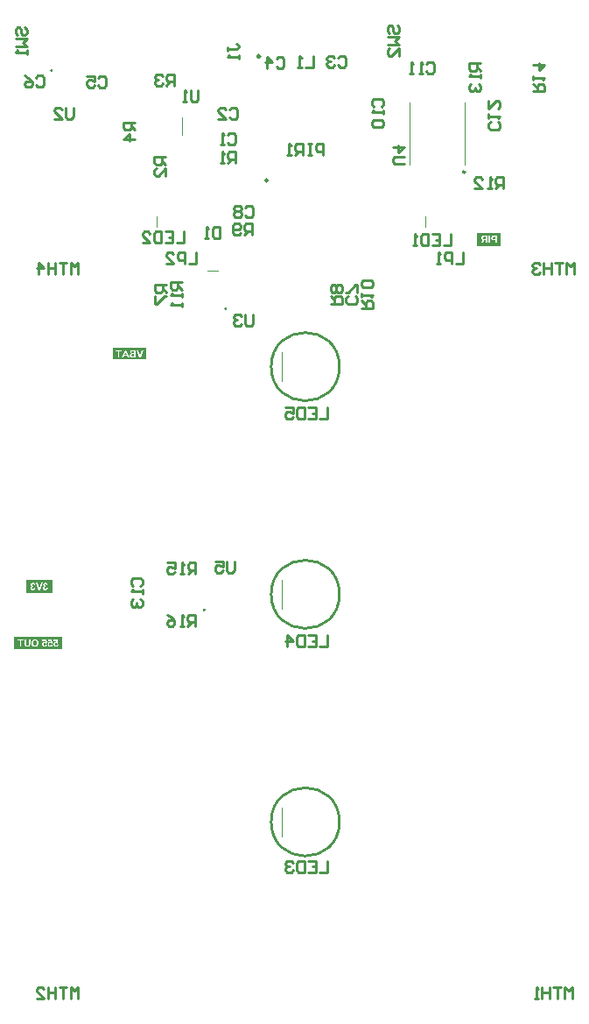
<source format=gto>
G04*
G04 #@! TF.GenerationSoftware,Altium Limited,Altium Designer,22.2.1 (43)*
G04*
G04 Layer_Color=65535*
%FSLAX44Y44*%
%MOMM*%
G71*
G04*
G04 #@! TF.SameCoordinates,7C5D536F-F001-484F-B139-385EAFE792E0*
G04*
G04*
G04 #@! TF.FilePolarity,Positive*
G04*
G01*
G75*
%ADD10C,0.2540*%
%ADD11C,0.3000*%
%ADD12C,0.1000*%
G36*
X113626Y626988D02*
X146374D01*
Y638012D01*
X113626D01*
Y626988D01*
D02*
G37*
G36*
X29768Y401183D02*
X55232D01*
Y413817D01*
X29768D01*
Y401183D01*
D02*
G37*
G36*
X18332Y347214D02*
X64518D01*
Y358595D01*
X18332D01*
Y347214D01*
D02*
G37*
G36*
X465888Y736564D02*
X489144D01*
Y749588D01*
X465888D01*
Y736564D01*
D02*
G37*
%LPC*%
G36*
X136733Y636024D02*
X138250D01*
X139972Y630809D01*
X141764Y636024D01*
X143302D01*
X140776Y628976D01*
X139238D01*
X136733Y636024D01*
D02*
G37*
G36*
X116698D02*
X122290D01*
Y634832D01*
X120202D01*
Y628976D01*
X118776D01*
Y634832D01*
X116698D01*
Y636024D01*
D02*
G37*
G36*
X125386D02*
X126894D01*
X129623Y628976D01*
X128116D01*
X127535Y630575D01*
X124704D01*
X124093Y628976D01*
X122555D01*
X125386Y636024D01*
D02*
G37*
G36*
X132913D02*
X136009D01*
Y628976D01*
X132954D01*
X132781Y628986D01*
X132475D01*
X132353Y628996D01*
X132159D01*
X132088Y629006D01*
X131986D01*
X131945Y629017D01*
X131905D01*
X131701Y629047D01*
X131518Y629098D01*
X131355Y629149D01*
X131212Y629210D01*
X131100Y629261D01*
X131019Y629312D01*
X130968Y629342D01*
X130947Y629353D01*
X130805Y629465D01*
X130693Y629587D01*
X130581Y629699D01*
X130499Y629821D01*
X130428Y629923D01*
X130377Y630005D01*
X130346Y630056D01*
X130336Y630076D01*
X130265Y630249D01*
X130204Y630412D01*
X130163Y630575D01*
X130143Y630718D01*
X130122Y630840D01*
X130112Y630932D01*
Y631013D01*
X130122Y631237D01*
X130163Y631441D01*
X130224Y631614D01*
X130285Y631777D01*
X130346Y631899D01*
X130407Y631991D01*
X130448Y632052D01*
X130458Y632072D01*
X130601Y632235D01*
X130754Y632368D01*
X130927Y632480D01*
X131080Y632561D01*
X131222Y632632D01*
X131344Y632683D01*
X131385Y632693D01*
X131416Y632704D01*
X131436Y632714D01*
X131446D01*
X131283Y632806D01*
X131141Y632897D01*
X131019Y633009D01*
X130917Y633101D01*
X130845Y633193D01*
X130784Y633264D01*
X130744Y633315D01*
X130733Y633335D01*
X130642Y633498D01*
X130570Y633651D01*
X130530Y633804D01*
X130489Y633946D01*
X130469Y634069D01*
X130458Y634160D01*
Y634221D01*
Y634231D01*
Y634242D01*
X130469Y634405D01*
X130489Y634568D01*
X130530Y634700D01*
X130570Y634822D01*
X130611Y634924D01*
X130652Y635006D01*
X130672Y635046D01*
X130682Y635067D01*
X130764Y635199D01*
X130856Y635311D01*
X130947Y635413D01*
X131029Y635505D01*
X131110Y635566D01*
X131171Y635617D01*
X131212Y635647D01*
X131222Y635658D01*
X131344Y635739D01*
X131477Y635800D01*
X131599Y635851D01*
X131711Y635892D01*
X131813Y635922D01*
X131884Y635943D01*
X131935Y635953D01*
X131956D01*
X132129Y635973D01*
X132322Y635994D01*
X132526Y636004D01*
X132730Y636014D01*
X132913Y636024D01*
D02*
G37*
%LPD*%
G36*
X125162Y631767D02*
X127107D01*
X126150Y634384D01*
X125162Y631767D01*
D02*
G37*
G36*
X133056Y634843D02*
X132791D01*
X132730Y634832D01*
X132618D01*
X132577Y634822D01*
X132567D01*
X132444Y634802D01*
X132332Y634771D01*
X132241Y634731D01*
X132159Y634690D01*
X132108Y634649D01*
X132058Y634608D01*
X132037Y634588D01*
X132027Y634578D01*
X131966Y634496D01*
X131925Y634405D01*
X131884Y634323D01*
X131864Y634242D01*
X131854Y634160D01*
X131844Y634099D01*
Y634058D01*
Y634048D01*
X131854Y633926D01*
X131874Y633814D01*
X131915Y633722D01*
X131945Y633641D01*
X131986Y633569D01*
X132027Y633529D01*
X132047Y633498D01*
X132058Y633488D01*
X132139Y633417D01*
X132231Y633366D01*
X132322Y633325D01*
X132414Y633294D01*
X132506Y633264D01*
X132567Y633254D01*
X132607Y633243D01*
X132669D01*
X132730Y633233D01*
X133046D01*
X133219Y633223D01*
X134583D01*
Y634853D01*
X133168D01*
X133056Y634843D01*
D02*
G37*
G36*
X132964Y632042D02*
X132842Y632032D01*
X132719D01*
X132618Y632021D01*
X132526Y632011D01*
X132455Y632001D01*
X132383Y631991D01*
X132332Y631981D01*
X132251Y631970D01*
X132200Y631950D01*
X132190D01*
X132088Y631909D01*
X131996Y631858D01*
X131915Y631807D01*
X131854Y631746D01*
X131803Y631706D01*
X131772Y631665D01*
X131752Y631634D01*
X131742Y631624D01*
X131691Y631532D01*
X131650Y631441D01*
X131620Y631359D01*
X131599Y631268D01*
X131589Y631196D01*
X131579Y631135D01*
Y631094D01*
Y631084D01*
X131589Y630952D01*
X131609Y630830D01*
X131640Y630728D01*
X131681Y630646D01*
X131721Y630575D01*
X131752Y630524D01*
X131772Y630494D01*
X131783Y630483D01*
X131864Y630412D01*
X131945Y630351D01*
X132037Y630300D01*
X132119Y630259D01*
X132190Y630239D01*
X132251Y630219D01*
X132292Y630208D01*
X132302D01*
X132343Y630198D01*
X132404D01*
X132536Y630188D01*
X132699Y630178D01*
X132862D01*
X133015Y630168D01*
X134583D01*
Y632052D01*
X133107D01*
X132964Y632042D01*
D02*
G37*
%LPC*%
G36*
X39185Y411070D02*
X40702D01*
X42424Y405855D01*
X44216Y411070D01*
X45754D01*
X43228Y404022D01*
X41690D01*
X39185Y411070D01*
D02*
G37*
G36*
X36455Y411111D02*
X36547D01*
X36760Y411101D01*
X36954Y411080D01*
X37137Y411039D01*
X37290Y410999D01*
X37412Y410958D01*
X37514Y410917D01*
X37575Y410897D01*
X37585Y410887D01*
X37596D01*
X37759Y410795D01*
X37912Y410693D01*
X38034Y410591D01*
X38136Y410500D01*
X38217Y410408D01*
X38278Y410337D01*
X38319Y410296D01*
X38329Y410275D01*
X38421Y410123D01*
X38502Y409960D01*
X38563Y409787D01*
X38624Y409624D01*
X38665Y409471D01*
X38696Y409359D01*
X38706Y409308D01*
Y409277D01*
X38716Y409257D01*
Y409247D01*
X37473Y409043D01*
X37443Y409206D01*
X37402Y409349D01*
X37362Y409471D01*
X37311Y409563D01*
X37260Y409644D01*
X37219Y409705D01*
X37188Y409736D01*
X37178Y409746D01*
X37087Y409827D01*
X36985Y409888D01*
X36883Y409929D01*
X36791Y409960D01*
X36710Y409980D01*
X36648Y409990D01*
X36587D01*
X36465Y409980D01*
X36343Y409960D01*
X36251Y409919D01*
X36170Y409888D01*
X36098Y409848D01*
X36058Y409807D01*
X36027Y409787D01*
X36017Y409776D01*
X35946Y409695D01*
X35895Y409593D01*
X35854Y409501D01*
X35834Y409410D01*
X35813Y409328D01*
X35803Y409267D01*
Y409226D01*
Y409206D01*
X35813Y409053D01*
X35844Y408921D01*
X35895Y408809D01*
X35946Y408717D01*
X36007Y408636D01*
X36048Y408585D01*
X36088Y408544D01*
X36098Y408534D01*
X36221Y408452D01*
X36353Y408391D01*
X36496Y408350D01*
X36628Y408320D01*
X36750Y408310D01*
X36852Y408300D01*
X36944D01*
X37087Y407210D01*
X36954Y407240D01*
X36842Y407271D01*
X36730Y407291D01*
X36638Y407301D01*
X36567Y407312D01*
X36465D01*
X36323Y407301D01*
X36200Y407261D01*
X36088Y407220D01*
X35986Y407159D01*
X35915Y407108D01*
X35854Y407057D01*
X35813Y407016D01*
X35803Y407006D01*
X35711Y406884D01*
X35640Y406751D01*
X35589Y406619D01*
X35549Y406487D01*
X35528Y406364D01*
X35518Y406273D01*
Y406212D01*
Y406201D01*
Y406191D01*
X35528Y405998D01*
X35559Y405825D01*
X35610Y405672D01*
X35661Y405550D01*
X35722Y405458D01*
X35762Y405387D01*
X35803Y405336D01*
X35813Y405325D01*
X35925Y405224D01*
X36048Y405142D01*
X36160Y405091D01*
X36272Y405050D01*
X36374Y405030D01*
X36445Y405020D01*
X36496Y405010D01*
X36516D01*
X36659Y405020D01*
X36781Y405050D01*
X36893Y405091D01*
X36995Y405142D01*
X37066Y405183D01*
X37127Y405224D01*
X37168Y405254D01*
X37178Y405264D01*
X37270Y405376D01*
X37351Y405499D01*
X37402Y405631D01*
X37453Y405753D01*
X37484Y405865D01*
X37504Y405957D01*
X37514Y406018D01*
Y406028D01*
Y406038D01*
X38818Y405875D01*
X38798Y405713D01*
X38757Y405560D01*
X38665Y405275D01*
X38553Y405030D01*
X38482Y404928D01*
X38421Y404826D01*
X38360Y404735D01*
X38298Y404663D01*
X38248Y404592D01*
X38197Y404541D01*
X38156Y404500D01*
X38125Y404470D01*
X38105Y404450D01*
X38095Y404439D01*
X37973Y404348D01*
X37840Y404256D01*
X37718Y404185D01*
X37575Y404124D01*
X37311Y404022D01*
X37066Y403961D01*
X36944Y403940D01*
X36842Y403920D01*
X36750Y403910D01*
X36669Y403899D01*
X36598Y403889D01*
X36506D01*
X36323Y403899D01*
X36139Y403920D01*
X35976Y403950D01*
X35813Y403991D01*
X35671Y404042D01*
X35528Y404093D01*
X35396Y404154D01*
X35284Y404215D01*
X35182Y404276D01*
X35080Y404337D01*
X35009Y404388D01*
X34937Y404439D01*
X34886Y404480D01*
X34846Y404511D01*
X34825Y404531D01*
X34815Y404541D01*
X34693Y404663D01*
X34591Y404796D01*
X34499Y404928D01*
X34418Y405061D01*
X34357Y405203D01*
X34296Y405336D01*
X34214Y405580D01*
X34194Y405692D01*
X34173Y405804D01*
X34153Y405896D01*
X34143Y405977D01*
X34133Y406038D01*
Y406130D01*
X34153Y406364D01*
X34194Y406568D01*
X34245Y406762D01*
X34316Y406914D01*
X34387Y407047D01*
X34438Y407138D01*
X34479Y407200D01*
X34499Y407220D01*
X34642Y407373D01*
X34805Y407505D01*
X34968Y407607D01*
X35121Y407688D01*
X35253Y407750D01*
X35365Y407780D01*
X35406Y407800D01*
X35436D01*
X35457Y407811D01*
X35467D01*
X35284Y407923D01*
X35131Y408035D01*
X34999Y408157D01*
X34876Y408279D01*
X34774Y408401D01*
X34693Y408524D01*
X34632Y408646D01*
X34571Y408758D01*
X34530Y408870D01*
X34499Y408972D01*
X34479Y409063D01*
X34469Y409145D01*
X34459Y409206D01*
X34448Y409257D01*
Y409287D01*
Y409298D01*
X34459Y409420D01*
X34469Y409532D01*
X34530Y409756D01*
X34601Y409960D01*
X34693Y410133D01*
X34785Y410275D01*
X34866Y410377D01*
X34897Y410418D01*
X34927Y410449D01*
X34937Y410459D01*
X34948Y410469D01*
X35060Y410581D01*
X35192Y410683D01*
X35314Y410764D01*
X35447Y410836D01*
X35589Y410907D01*
X35722Y410958D01*
X35976Y411029D01*
X36088Y411060D01*
X36200Y411080D01*
X36292Y411090D01*
X36384Y411101D01*
X36455Y411111D01*
D02*
G37*
G36*
X48504D02*
X48596D01*
X48810Y411101D01*
X49003Y411080D01*
X49187Y411039D01*
X49339Y410999D01*
X49462Y410958D01*
X49564Y410917D01*
X49625Y410897D01*
X49635Y410887D01*
X49645D01*
X49808Y410795D01*
X49961Y410693D01*
X50083Y410591D01*
X50185Y410500D01*
X50266Y410408D01*
X50328Y410337D01*
X50368Y410296D01*
X50378Y410275D01*
X50470Y410123D01*
X50552Y409960D01*
X50613Y409787D01*
X50674Y409624D01*
X50715Y409471D01*
X50745Y409359D01*
X50755Y409308D01*
Y409277D01*
X50766Y409257D01*
Y409247D01*
X49523Y409043D01*
X49492Y409206D01*
X49451Y409349D01*
X49411Y409471D01*
X49360Y409563D01*
X49309Y409644D01*
X49268Y409705D01*
X49238Y409736D01*
X49227Y409746D01*
X49136Y409827D01*
X49034Y409888D01*
X48932Y409929D01*
X48840Y409960D01*
X48759Y409980D01*
X48698Y409990D01*
X48637D01*
X48514Y409980D01*
X48392Y409960D01*
X48301Y409919D01*
X48219Y409888D01*
X48148Y409848D01*
X48107Y409807D01*
X48077Y409787D01*
X48066Y409776D01*
X47995Y409695D01*
X47944Y409593D01*
X47903Y409501D01*
X47883Y409410D01*
X47863Y409328D01*
X47852Y409267D01*
Y409226D01*
Y409206D01*
X47863Y409053D01*
X47893Y408921D01*
X47944Y408809D01*
X47995Y408717D01*
X48056Y408636D01*
X48097Y408585D01*
X48138Y408544D01*
X48148Y408534D01*
X48270Y408452D01*
X48402Y408391D01*
X48545Y408350D01*
X48677Y408320D01*
X48800Y408310D01*
X48902Y408300D01*
X48993D01*
X49136Y407210D01*
X49003Y407240D01*
X48891Y407271D01*
X48779Y407291D01*
X48688Y407301D01*
X48616Y407312D01*
X48514D01*
X48372Y407301D01*
X48250Y407261D01*
X48138Y407220D01*
X48036Y407159D01*
X47965Y407108D01*
X47903Y407057D01*
X47863Y407016D01*
X47852Y407006D01*
X47761Y406884D01*
X47689Y406751D01*
X47639Y406619D01*
X47598Y406487D01*
X47577Y406364D01*
X47567Y406273D01*
Y406212D01*
Y406201D01*
Y406191D01*
X47577Y405998D01*
X47608Y405825D01*
X47659Y405672D01*
X47710Y405550D01*
X47771Y405458D01*
X47812Y405387D01*
X47852Y405336D01*
X47863Y405325D01*
X47975Y405224D01*
X48097Y405142D01*
X48209Y405091D01*
X48321Y405050D01*
X48423Y405030D01*
X48494Y405020D01*
X48545Y405010D01*
X48565D01*
X48708Y405020D01*
X48830Y405050D01*
X48942Y405091D01*
X49044Y405142D01*
X49115Y405183D01*
X49177Y405224D01*
X49217Y405254D01*
X49227Y405264D01*
X49319Y405376D01*
X49401Y405499D01*
X49451Y405631D01*
X49503Y405753D01*
X49533Y405865D01*
X49553Y405957D01*
X49564Y406018D01*
Y406028D01*
Y406038D01*
X50867Y405875D01*
X50847Y405713D01*
X50806Y405560D01*
X50715Y405275D01*
X50602Y405030D01*
X50531Y404928D01*
X50470Y404826D01*
X50409Y404735D01*
X50348Y404663D01*
X50297Y404592D01*
X50246Y404541D01*
X50205Y404500D01*
X50175Y404470D01*
X50154Y404450D01*
X50144Y404439D01*
X50022Y404348D01*
X49889Y404256D01*
X49767Y404185D01*
X49625Y404124D01*
X49360Y404022D01*
X49115Y403961D01*
X48993Y403940D01*
X48891Y403920D01*
X48800Y403910D01*
X48718Y403899D01*
X48647Y403889D01*
X48555D01*
X48372Y403899D01*
X48189Y403920D01*
X48026Y403950D01*
X47863Y403991D01*
X47720Y404042D01*
X47577Y404093D01*
X47445Y404154D01*
X47333Y404215D01*
X47231Y404276D01*
X47129Y404337D01*
X47058Y404388D01*
X46987Y404439D01*
X46936Y404480D01*
X46895Y404511D01*
X46875Y404531D01*
X46864Y404541D01*
X46742Y404663D01*
X46640Y404796D01*
X46549Y404928D01*
X46467Y405061D01*
X46406Y405203D01*
X46345Y405336D01*
X46263Y405580D01*
X46243Y405692D01*
X46223Y405804D01*
X46202Y405896D01*
X46192Y405977D01*
X46182Y406038D01*
Y406130D01*
X46202Y406364D01*
X46243Y406568D01*
X46294Y406762D01*
X46365Y406914D01*
X46437Y407047D01*
X46488Y407138D01*
X46528Y407200D01*
X46549Y407220D01*
X46691Y407373D01*
X46854Y407505D01*
X47017Y407607D01*
X47170Y407688D01*
X47302Y407750D01*
X47414Y407780D01*
X47455Y407800D01*
X47486D01*
X47506Y407811D01*
X47516D01*
X47333Y407923D01*
X47180Y408035D01*
X47048Y408157D01*
X46926Y408279D01*
X46824Y408401D01*
X46742Y408524D01*
X46681Y408646D01*
X46620Y408758D01*
X46579Y408870D01*
X46549Y408972D01*
X46528Y409063D01*
X46518Y409145D01*
X46508Y409206D01*
X46498Y409257D01*
Y409287D01*
Y409298D01*
X46508Y409420D01*
X46518Y409532D01*
X46579Y409756D01*
X46651Y409960D01*
X46742Y410133D01*
X46834Y410275D01*
X46915Y410377D01*
X46946Y410418D01*
X46976Y410449D01*
X46987Y410459D01*
X46997Y410469D01*
X47109Y410581D01*
X47241Y410683D01*
X47364Y410764D01*
X47496Y410836D01*
X47639Y410907D01*
X47771Y410958D01*
X48026Y411029D01*
X48138Y411060D01*
X48250Y411080D01*
X48341Y411090D01*
X48433Y411101D01*
X48504Y411111D01*
D02*
G37*
G36*
X28363Y356429D02*
X29788D01*
Y352518D01*
Y352365D01*
Y352222D01*
X29799Y352090D01*
Y351968D01*
X29809Y351866D01*
Y351764D01*
X29819Y351672D01*
Y351591D01*
X29839Y351469D01*
X29850Y351377D01*
X29860Y351326D01*
Y351306D01*
X29890Y351173D01*
X29941Y351061D01*
X30002Y350959D01*
X30064Y350868D01*
X30125Y350796D01*
X30176Y350746D01*
X30216Y350715D01*
X30227Y350705D01*
X30349Y350623D01*
X30501Y350562D01*
X30644Y350521D01*
X30797Y350491D01*
X30929Y350471D01*
X31031Y350460D01*
X31133D01*
X31347Y350471D01*
X31530Y350501D01*
X31693Y350542D01*
X31836Y350593D01*
X31938Y350634D01*
X32019Y350674D01*
X32060Y350705D01*
X32080Y350715D01*
X32192Y350817D01*
X32284Y350939D01*
X32365Y351051D01*
X32416Y351163D01*
X32457Y351265D01*
X32488Y351346D01*
X32508Y351397D01*
Y351418D01*
X32518Y351479D01*
X32528Y351540D01*
Y351621D01*
X32539Y351713D01*
X32549Y351907D01*
Y352110D01*
X32559Y352294D01*
Y352375D01*
Y352457D01*
Y352518D01*
Y352559D01*
Y352589D01*
Y352599D01*
Y356429D01*
X33985D01*
Y352447D01*
X33975Y352243D01*
Y352049D01*
X33965Y351876D01*
X33954Y351713D01*
X33944Y351571D01*
X33934Y351438D01*
X33914Y351316D01*
X33903Y351214D01*
X33893Y351122D01*
X33883Y351041D01*
X33873Y350980D01*
X33863Y350929D01*
Y350898D01*
X33853Y350878D01*
Y350868D01*
X33802Y350715D01*
X33751Y350572D01*
X33679Y350440D01*
X33618Y350328D01*
X33557Y350226D01*
X33506Y350145D01*
X33465Y350104D01*
X33455Y350084D01*
X33333Y349951D01*
X33201Y349829D01*
X33058Y349727D01*
X32926Y349635D01*
X32814Y349564D01*
X32712Y349513D01*
X32651Y349482D01*
X32640Y349472D01*
X32630D01*
X32528Y349432D01*
X32416Y349401D01*
X32162Y349340D01*
X31907Y349299D01*
X31663Y349279D01*
X31551Y349269D01*
X31439Y349258D01*
X31347D01*
X31255Y349248D01*
X31092D01*
X30797Y349258D01*
X30532Y349279D01*
X30298Y349319D01*
X30104Y349360D01*
X30023Y349370D01*
X29941Y349391D01*
X29880Y349411D01*
X29829Y349432D01*
X29788Y349442D01*
X29758Y349452D01*
X29748Y349462D01*
X29738D01*
X29554Y349544D01*
X29391Y349646D01*
X29249Y349737D01*
X29127Y349829D01*
X29035Y349910D01*
X28963Y349971D01*
X28923Y350012D01*
X28913Y350033D01*
X28801Y350175D01*
X28709Y350328D01*
X28638Y350471D01*
X28577Y350613D01*
X28536Y350735D01*
X28505Y350837D01*
X28495Y350868D01*
Y350898D01*
X28485Y350909D01*
Y350919D01*
X28464Y351031D01*
X28444Y351153D01*
X28424Y351285D01*
X28414Y351418D01*
X28393Y351723D01*
X28373Y352019D01*
Y352151D01*
Y352284D01*
X28363Y352406D01*
Y356429D01*
D02*
G37*
G36*
X45698Y356337D02*
X49273D01*
X49966Y352660D01*
X48876Y352508D01*
X48784Y352599D01*
X48693Y352681D01*
X48601Y352752D01*
X48509Y352813D01*
X48336Y352905D01*
X48173Y352966D01*
X48031Y352996D01*
X47929Y353017D01*
X47888Y353027D01*
X47827D01*
X47664Y353017D01*
X47511Y352976D01*
X47379Y352925D01*
X47267Y352864D01*
X47185Y352793D01*
X47114Y352742D01*
X47073Y352701D01*
X47063Y352691D01*
X46961Y352559D01*
X46890Y352406D01*
X46839Y352243D01*
X46808Y352080D01*
X46778Y351937D01*
X46768Y351825D01*
Y351774D01*
Y351744D01*
Y351723D01*
Y351713D01*
X46778Y351469D01*
X46808Y351255D01*
X46859Y351082D01*
X46910Y350939D01*
X46971Y350817D01*
X47012Y350735D01*
X47053Y350695D01*
X47063Y350674D01*
X47175Y350562D01*
X47297Y350471D01*
X47420Y350409D01*
X47531Y350369D01*
X47633Y350348D01*
X47715Y350338D01*
X47766Y350328D01*
X47786D01*
X47919Y350338D01*
X48051Y350369D01*
X48163Y350409D01*
X48255Y350460D01*
X48336Y350511D01*
X48397Y350552D01*
X48438Y350583D01*
X48448Y350593D01*
X48540Y350705D01*
X48621Y350817D01*
X48682Y350939D01*
X48723Y351051D01*
X48754Y351153D01*
X48774Y351245D01*
X48784Y351296D01*
Y351316D01*
X50129Y351173D01*
X50098Y351010D01*
X50068Y350858D01*
X49966Y350583D01*
X49854Y350338D01*
X49793Y350236D01*
X49721Y350134D01*
X49660Y350053D01*
X49609Y349982D01*
X49548Y349921D01*
X49507Y349859D01*
X49467Y349819D01*
X49436Y349788D01*
X49416Y349778D01*
X49406Y349768D01*
X49283Y349676D01*
X49161Y349595D01*
X49029Y349523D01*
X48896Y349472D01*
X48621Y349370D01*
X48377Y349309D01*
X48255Y349289D01*
X48153Y349279D01*
X48051Y349269D01*
X47969Y349258D01*
X47898Y349248D01*
X47807D01*
X47582Y349258D01*
X47368Y349289D01*
X47175Y349330D01*
X46992Y349391D01*
X46818Y349462D01*
X46666Y349544D01*
X46523Y349625D01*
X46391Y349717D01*
X46279Y349798D01*
X46177Y349880D01*
X46085Y349961D01*
X46014Y350033D01*
X45963Y350094D01*
X45922Y350134D01*
X45902Y350165D01*
X45892Y350175D01*
X45800Y350308D01*
X45718Y350440D01*
X45657Y350572D01*
X45596Y350715D01*
X45505Y350980D01*
X45444Y351224D01*
X45423Y351326D01*
X45413Y351428D01*
X45393Y351520D01*
Y351601D01*
X45382Y351662D01*
Y351744D01*
X45393Y351937D01*
X45413Y352121D01*
X45444Y352294D01*
X45484Y352457D01*
X45525Y352599D01*
X45586Y352742D01*
X45637Y352874D01*
X45698Y352986D01*
X45759Y353088D01*
X45810Y353180D01*
X45871Y353261D01*
X45912Y353322D01*
X45953Y353373D01*
X45983Y353414D01*
X46004Y353434D01*
X46014Y353445D01*
X46136Y353557D01*
X46258Y353658D01*
X46391Y353750D01*
X46523Y353832D01*
X46645Y353893D01*
X46778Y353944D01*
X47012Y354025D01*
X47124Y354056D01*
X47226Y354076D01*
X47318Y354086D01*
X47389Y354096D01*
X47450Y354107D01*
X47542D01*
X47715Y354096D01*
X47888Y354066D01*
X48041Y354035D01*
X48183Y353995D01*
X48295Y353944D01*
X48387Y353913D01*
X48448Y353883D01*
X48458Y353872D01*
X48469D01*
X48255Y355074D01*
X45698D01*
Y356337D01*
D02*
G37*
G36*
X51178D02*
X54753D01*
X55446Y352660D01*
X54356Y352508D01*
X54264Y352599D01*
X54172Y352681D01*
X54081Y352752D01*
X53989Y352813D01*
X53816Y352905D01*
X53653Y352966D01*
X53510Y352996D01*
X53408Y353017D01*
X53368Y353027D01*
X53307D01*
X53144Y353017D01*
X52991Y352976D01*
X52859Y352925D01*
X52746Y352864D01*
X52665Y352793D01*
X52594Y352742D01*
X52553Y352701D01*
X52543Y352691D01*
X52441Y352559D01*
X52370Y352406D01*
X52319Y352243D01*
X52288Y352080D01*
X52257Y351937D01*
X52247Y351825D01*
Y351774D01*
Y351744D01*
Y351723D01*
Y351713D01*
X52257Y351469D01*
X52288Y351255D01*
X52339Y351082D01*
X52390Y350939D01*
X52451Y350817D01*
X52492Y350735D01*
X52533Y350695D01*
X52543Y350674D01*
X52655Y350562D01*
X52777Y350471D01*
X52899Y350409D01*
X53011Y350369D01*
X53113Y350348D01*
X53195Y350338D01*
X53246Y350328D01*
X53266D01*
X53398Y350338D01*
X53531Y350369D01*
X53643Y350409D01*
X53734Y350460D01*
X53816Y350511D01*
X53877Y350552D01*
X53918Y350583D01*
X53928Y350593D01*
X54020Y350705D01*
X54101Y350817D01*
X54162Y350939D01*
X54203Y351051D01*
X54233Y351153D01*
X54254Y351245D01*
X54264Y351296D01*
Y351316D01*
X55609Y351173D01*
X55578Y351010D01*
X55547Y350858D01*
X55446Y350583D01*
X55333Y350338D01*
X55272Y350236D01*
X55201Y350134D01*
X55140Y350053D01*
X55089Y349982D01*
X55028Y349921D01*
X54987Y349859D01*
X54946Y349819D01*
X54916Y349788D01*
X54896Y349778D01*
X54885Y349768D01*
X54763Y349676D01*
X54641Y349595D01*
X54509Y349523D01*
X54376Y349472D01*
X54101Y349370D01*
X53857Y349309D01*
X53734Y349289D01*
X53633Y349279D01*
X53531Y349269D01*
X53449Y349258D01*
X53378Y349248D01*
X53286D01*
X53062Y349258D01*
X52848Y349289D01*
X52655Y349330D01*
X52471Y349391D01*
X52298Y349462D01*
X52146Y349544D01*
X52003Y349625D01*
X51870Y349717D01*
X51758Y349798D01*
X51657Y349880D01*
X51565Y349961D01*
X51494Y350033D01*
X51443Y350094D01*
X51402Y350134D01*
X51382Y350165D01*
X51371Y350175D01*
X51280Y350308D01*
X51198Y350440D01*
X51137Y350572D01*
X51076Y350715D01*
X50984Y350980D01*
X50923Y351224D01*
X50903Y351326D01*
X50893Y351428D01*
X50872Y351520D01*
Y351601D01*
X50862Y351662D01*
Y351744D01*
X50872Y351937D01*
X50893Y352121D01*
X50923Y352294D01*
X50964Y352457D01*
X51005Y352599D01*
X51066Y352742D01*
X51117Y352874D01*
X51178Y352986D01*
X51239Y353088D01*
X51290Y353180D01*
X51351Y353261D01*
X51392Y353322D01*
X51432Y353373D01*
X51463Y353414D01*
X51483Y353434D01*
X51494Y353445D01*
X51616Y353557D01*
X51738Y353658D01*
X51870Y353750D01*
X52003Y353832D01*
X52125Y353893D01*
X52257Y353944D01*
X52492Y354025D01*
X52604Y354056D01*
X52706Y354076D01*
X52797Y354086D01*
X52869Y354096D01*
X52930Y354107D01*
X53021D01*
X53195Y354096D01*
X53368Y354066D01*
X53520Y354035D01*
X53663Y353995D01*
X53775Y353944D01*
X53867Y353913D01*
X53928Y353883D01*
X53938Y353872D01*
X53948D01*
X53734Y355074D01*
X51178D01*
Y356337D01*
D02*
G37*
G36*
X56658D02*
X60233D01*
X60925Y352660D01*
X59836Y352508D01*
X59744Y352599D01*
X59652Y352681D01*
X59560Y352752D01*
X59469Y352813D01*
X59296Y352905D01*
X59133Y352966D01*
X58990Y352996D01*
X58888Y353017D01*
X58847Y353027D01*
X58786D01*
X58623Y353017D01*
X58471Y352976D01*
X58338Y352925D01*
X58226Y352864D01*
X58145Y352793D01*
X58073Y352742D01*
X58033Y352701D01*
X58022Y352691D01*
X57921Y352559D01*
X57849Y352406D01*
X57798Y352243D01*
X57768Y352080D01*
X57737Y351937D01*
X57727Y351825D01*
Y351774D01*
Y351744D01*
Y351723D01*
Y351713D01*
X57737Y351469D01*
X57768Y351255D01*
X57819Y351082D01*
X57870Y350939D01*
X57931Y350817D01*
X57972Y350735D01*
X58012Y350695D01*
X58022Y350674D01*
X58134Y350562D01*
X58257Y350471D01*
X58379Y350409D01*
X58491Y350369D01*
X58593Y350348D01*
X58674Y350338D01*
X58725Y350328D01*
X58746D01*
X58878Y350338D01*
X59010Y350369D01*
X59123Y350409D01*
X59214Y350460D01*
X59296Y350511D01*
X59357Y350552D01*
X59398Y350583D01*
X59408Y350593D01*
X59499Y350705D01*
X59581Y350817D01*
X59642Y350939D01*
X59683Y351051D01*
X59713Y351153D01*
X59734Y351245D01*
X59744Y351296D01*
Y351316D01*
X61088Y351173D01*
X61058Y351010D01*
X61027Y350858D01*
X60925Y350583D01*
X60813Y350338D01*
X60752Y350236D01*
X60681Y350134D01*
X60620Y350053D01*
X60569Y349982D01*
X60508Y349921D01*
X60467Y349859D01*
X60426Y349819D01*
X60396Y349788D01*
X60375Y349778D01*
X60365Y349768D01*
X60243Y349676D01*
X60121Y349595D01*
X59988Y349523D01*
X59856Y349472D01*
X59581Y349370D01*
X59336Y349309D01*
X59214Y349289D01*
X59112Y349279D01*
X59010Y349269D01*
X58929Y349258D01*
X58858Y349248D01*
X58766D01*
X58542Y349258D01*
X58328Y349289D01*
X58134Y349330D01*
X57951Y349391D01*
X57778Y349462D01*
X57625Y349544D01*
X57483Y349625D01*
X57350Y349717D01*
X57238Y349798D01*
X57136Y349880D01*
X57045Y349961D01*
X56973Y350033D01*
X56922Y350094D01*
X56882Y350134D01*
X56861Y350165D01*
X56851Y350175D01*
X56760Y350308D01*
X56678Y350440D01*
X56617Y350572D01*
X56556Y350715D01*
X56464Y350980D01*
X56403Y351224D01*
X56383Y351326D01*
X56372Y351428D01*
X56352Y351520D01*
Y351601D01*
X56342Y351662D01*
Y351744D01*
X56352Y351937D01*
X56372Y352121D01*
X56403Y352294D01*
X56444Y352457D01*
X56484Y352599D01*
X56546Y352742D01*
X56596Y352874D01*
X56658Y352986D01*
X56719Y353088D01*
X56770Y353180D01*
X56831Y353261D01*
X56872Y353322D01*
X56912Y353373D01*
X56943Y353414D01*
X56963Y353434D01*
X56973Y353445D01*
X57096Y353557D01*
X57218Y353658D01*
X57350Y353750D01*
X57483Y353832D01*
X57605Y353893D01*
X57737Y353944D01*
X57972Y354025D01*
X58084Y354056D01*
X58185Y354076D01*
X58277Y354086D01*
X58348Y354096D01*
X58410Y354107D01*
X58501D01*
X58674Y354096D01*
X58847Y354066D01*
X59000Y354035D01*
X59143Y353995D01*
X59255Y353944D01*
X59347Y353913D01*
X59408Y353883D01*
X59418Y353872D01*
X59428D01*
X59214Y355074D01*
X56658D01*
Y356337D01*
D02*
G37*
G36*
X21762Y356429D02*
X27354D01*
Y355237D01*
X25266D01*
Y349381D01*
X23840D01*
Y355237D01*
X21762D01*
Y356429D01*
D02*
G37*
G36*
X38446Y356561D02*
X38517D01*
X38823Y356551D01*
X39118Y356521D01*
X39373Y356470D01*
X39597Y356419D01*
X39689Y356388D01*
X39780Y356368D01*
X39852Y356348D01*
X39913Y356317D01*
X39964Y356307D01*
X40005Y356286D01*
X40025Y356276D01*
X40035D01*
X40218Y356195D01*
X40392Y356093D01*
X40544Y355981D01*
X40677Y355879D01*
X40789Y355787D01*
X40880Y355706D01*
X40931Y355655D01*
X40942Y355645D01*
X40952Y355634D01*
X41094Y355471D01*
X41227Y355298D01*
X41339Y355146D01*
X41430Y354993D01*
X41502Y354860D01*
X41563Y354758D01*
X41573Y354718D01*
X41593Y354687D01*
X41604Y354677D01*
Y354667D01*
X41705Y354382D01*
X41787Y354076D01*
X41838Y353771D01*
X41879Y353485D01*
X41889Y353353D01*
X41899Y353231D01*
X41909Y353129D01*
Y353037D01*
X41919Y352956D01*
Y352854D01*
X41909Y352548D01*
X41879Y352253D01*
X41838Y351978D01*
X41777Y351723D01*
X41705Y351489D01*
X41624Y351275D01*
X41543Y351071D01*
X41451Y350898D01*
X41369Y350735D01*
X41288Y350603D01*
X41206Y350481D01*
X41135Y350379D01*
X41074Y350308D01*
X41033Y350246D01*
X41003Y350216D01*
X40992Y350206D01*
X40809Y350033D01*
X40616Y349890D01*
X40422Y349757D01*
X40208Y349656D01*
X40005Y349564D01*
X39791Y349482D01*
X39597Y349421D01*
X39393Y349370D01*
X39210Y349330D01*
X39037Y349299D01*
X38884Y349279D01*
X38752Y349269D01*
X38650Y349258D01*
X38568Y349248D01*
X38497D01*
X38212Y349258D01*
X37947Y349289D01*
X37692Y349340D01*
X37458Y349401D01*
X37234Y349472D01*
X37030Y349554D01*
X36847Y349635D01*
X36674Y349727D01*
X36531Y349819D01*
X36399Y349900D01*
X36287Y349982D01*
X36195Y350053D01*
X36114Y350114D01*
X36063Y350165D01*
X36032Y350196D01*
X36022Y350206D01*
X35859Y350399D01*
X35716Y350603D01*
X35584Y350817D01*
X35482Y351031D01*
X35391Y351255D01*
X35309Y351479D01*
X35248Y351703D01*
X35197Y351917D01*
X35166Y352110D01*
X35136Y352304D01*
X35115Y352467D01*
X35095Y352609D01*
Y352732D01*
X35085Y352823D01*
Y352895D01*
X35095Y353210D01*
X35126Y353506D01*
X35166Y353781D01*
X35227Y354046D01*
X35299Y354280D01*
X35380Y354504D01*
X35462Y354708D01*
X35554Y354881D01*
X35645Y355044D01*
X35727Y355186D01*
X35808Y355309D01*
X35879Y355410D01*
X35930Y355482D01*
X35981Y355543D01*
X36012Y355573D01*
X36022Y355584D01*
X36205Y355757D01*
X36399Y355910D01*
X36603Y356042D01*
X36806Y356154D01*
X37020Y356246D01*
X37224Y356327D01*
X37428Y356388D01*
X37621Y356439D01*
X37804Y356480D01*
X37978Y356510D01*
X38130Y356531D01*
X38263Y356551D01*
X38365D01*
X38446Y356561D01*
D02*
G37*
%LPD*%
G36*
X38334Y355339D02*
X38181Y355319D01*
X38039Y355298D01*
X37906Y355258D01*
X37672Y355156D01*
X37560Y355105D01*
X37468Y355054D01*
X37377Y354993D01*
X37305Y354942D01*
X37244Y354891D01*
X37183Y354840D01*
X37142Y354799D01*
X37112Y354779D01*
X37102Y354758D01*
X37092Y354748D01*
X37000Y354626D01*
X36908Y354494D01*
X36837Y354361D01*
X36776Y354208D01*
X36684Y353903D01*
X36623Y353608D01*
X36592Y353475D01*
X36582Y353343D01*
X36572Y353231D01*
X36562Y353129D01*
X36552Y353037D01*
Y352976D01*
Y352935D01*
Y352925D01*
X36562Y352701D01*
X36572Y352487D01*
X36603Y352294D01*
X36633Y352121D01*
X36674Y351947D01*
X36725Y351795D01*
X36776Y351662D01*
X36827Y351540D01*
X36878Y351428D01*
X36929Y351336D01*
X36969Y351255D01*
X37020Y351184D01*
X37051Y351133D01*
X37081Y351102D01*
X37092Y351082D01*
X37102Y351071D01*
X37204Y350959D01*
X37315Y350868D01*
X37438Y350786D01*
X37550Y350715D01*
X37672Y350664D01*
X37784Y350613D01*
X38008Y350542D01*
X38202Y350491D01*
X38283Y350481D01*
X38354Y350471D01*
X38416Y350460D01*
X38497D01*
X38650Y350471D01*
X38803Y350491D01*
X38945Y350521D01*
X39078Y350562D01*
X39322Y350654D01*
X39516Y350776D01*
X39607Y350827D01*
X39679Y350888D01*
X39750Y350939D01*
X39801Y350990D01*
X39841Y351021D01*
X39872Y351051D01*
X39892Y351071D01*
X39903Y351082D01*
X39994Y351204D01*
X40086Y351336D01*
X40157Y351479D01*
X40218Y351632D01*
X40320Y351927D01*
X40381Y352222D01*
X40402Y352365D01*
X40422Y352487D01*
X40432Y352609D01*
X40443Y352711D01*
X40453Y352793D01*
Y352854D01*
Y352895D01*
Y352905D01*
X40443Y353129D01*
X40432Y353333D01*
X40402Y353526D01*
X40371Y353709D01*
X40330Y353872D01*
X40290Y354025D01*
X40239Y354158D01*
X40188Y354280D01*
X40137Y354392D01*
X40086Y354483D01*
X40045Y354555D01*
X40005Y354626D01*
X39974Y354677D01*
X39943Y354708D01*
X39933Y354728D01*
X39923Y354738D01*
X39821Y354850D01*
X39709Y354942D01*
X39587Y355023D01*
X39475Y355095D01*
X39353Y355156D01*
X39230Y355196D01*
X39006Y355278D01*
X38803Y355319D01*
X38721Y355329D01*
X38640Y355339D01*
X38579Y355349D01*
X38497D01*
X38334Y355339D01*
D02*
G37*
%LPC*%
G36*
X472851Y746600D02*
X476029D01*
Y739552D01*
X474603D01*
Y742495D01*
X474144D01*
X474002Y742485D01*
X473880Y742475D01*
X473778Y742455D01*
X473696Y742445D01*
X473645Y742424D01*
X473615Y742414D01*
X473605D01*
X473523Y742373D01*
X473442Y742333D01*
X473370Y742282D01*
X473299Y742241D01*
X473248Y742190D01*
X473207Y742149D01*
X473187Y742129D01*
X473177Y742119D01*
X473136Y742068D01*
X473085Y742017D01*
X472973Y741864D01*
X472851Y741701D01*
X472719Y741518D01*
X472606Y741355D01*
X472556Y741273D01*
X472515Y741212D01*
X472474Y741161D01*
X472444Y741121D01*
X472433Y741090D01*
X472423Y741080D01*
X471405Y739552D01*
X469693D01*
X470559Y740927D01*
X470651Y741070D01*
X470742Y741212D01*
X470824Y741334D01*
X470905Y741446D01*
X470977Y741548D01*
X471038Y741650D01*
X471160Y741803D01*
X471252Y741925D01*
X471313Y742007D01*
X471364Y742057D01*
X471374Y742068D01*
X471486Y742190D01*
X471618Y742302D01*
X471741Y742394D01*
X471863Y742485D01*
X471965Y742557D01*
X472046Y742608D01*
X472107Y742648D01*
X472118Y742658D01*
X472128D01*
X471955Y742689D01*
X471802Y742730D01*
X471659Y742770D01*
X471517Y742822D01*
X471394Y742872D01*
X471282Y742923D01*
X471170Y742974D01*
X471079Y743035D01*
X470997Y743086D01*
X470926Y743137D01*
X470865Y743188D01*
X470824Y743229D01*
X470783Y743259D01*
X470753Y743290D01*
X470742Y743300D01*
X470732Y743310D01*
X470651Y743412D01*
X470580Y743514D01*
X470457Y743738D01*
X470376Y743952D01*
X470325Y744166D01*
X470284Y744349D01*
X470274Y744421D01*
Y744492D01*
X470264Y744543D01*
Y744594D01*
Y744614D01*
Y744624D01*
X470274Y744848D01*
X470315Y745062D01*
X470366Y745246D01*
X470417Y745408D01*
X470478Y745541D01*
X470529Y745643D01*
X470549Y745673D01*
X470569Y745704D01*
X470580Y745714D01*
Y745724D01*
X470702Y745897D01*
X470834Y746040D01*
X470967Y746152D01*
X471099Y746254D01*
X471221Y746315D01*
X471313Y746366D01*
X471374Y746396D01*
X471384Y746407D01*
X471394D01*
X471496Y746437D01*
X471608Y746468D01*
X471863Y746519D01*
X472138Y746549D01*
X472403Y746580D01*
X472535D01*
X472647Y746590D01*
X472759D01*
X472851Y746600D01*
D02*
G37*
G36*
X477394D02*
X478820D01*
Y739552D01*
X477394D01*
Y746600D01*
D02*
G37*
G36*
X482741D02*
X485338D01*
Y739552D01*
X483912D01*
Y742210D01*
X482649D01*
X482496Y742221D01*
X482354D01*
X482221Y742231D01*
X482099Y742241D01*
X481987Y742251D01*
X481895Y742261D01*
X481804D01*
X481733Y742271D01*
X481661Y742282D01*
X481610Y742292D01*
X481570D01*
X481539Y742302D01*
X481519D01*
X481376Y742343D01*
X481244Y742394D01*
X481121Y742445D01*
X481009Y742506D01*
X480918Y742557D01*
X480846Y742597D01*
X480806Y742628D01*
X480785Y742638D01*
X480653Y742740D01*
X480541Y742852D01*
X480429Y742974D01*
X480347Y743076D01*
X480276Y743178D01*
X480225Y743259D01*
X480195Y743310D01*
X480184Y743331D01*
X480103Y743504D01*
X480042Y743687D01*
X480001Y743881D01*
X479971Y744054D01*
X479950Y744196D01*
Y744268D01*
X479940Y744319D01*
Y744431D01*
X479960Y744726D01*
X480001Y745001D01*
X480072Y745225D01*
X480144Y745429D01*
X480184Y745510D01*
X480225Y745582D01*
X480256Y745643D01*
X480296Y745704D01*
X480317Y745745D01*
X480337Y745775D01*
X480358Y745785D01*
Y745796D01*
X480521Y745979D01*
X480684Y746132D01*
X480857Y746254D01*
X481009Y746346D01*
X481152Y746407D01*
X481264Y746458D01*
X481305Y746468D01*
X481335Y746478D01*
X481356Y746488D01*
X481366D01*
X481447Y746509D01*
X481549Y746529D01*
X481671Y746539D01*
X481794Y746549D01*
X482079Y746570D01*
X482364Y746590D01*
X482629D01*
X482741Y746600D01*
D02*
G37*
%LPD*%
G36*
X472882Y745398D02*
X472657D01*
X472566Y745388D01*
X472505D01*
X472474Y745378D01*
X472464D01*
X472342Y745347D01*
X472230Y745307D01*
X472138Y745266D01*
X472067Y745215D01*
X472006Y745164D01*
X471955Y745134D01*
X471934Y745103D01*
X471924Y745093D01*
X471863Y745011D01*
X471812Y744910D01*
X471781Y744818D01*
X471751Y744726D01*
X471741Y744645D01*
X471730Y744584D01*
Y744543D01*
Y744522D01*
X471741Y744410D01*
X471751Y744308D01*
X471781Y744217D01*
X471802Y744135D01*
X471832Y744074D01*
X471863Y744034D01*
X471873Y744003D01*
X471883Y743993D01*
X471944Y743922D01*
X472006Y743860D01*
X472138Y743769D01*
X472189Y743738D01*
X472240Y743718D01*
X472270Y743697D01*
X472281D01*
X472331Y743687D01*
X472413Y743667D01*
X472494Y743657D01*
X472586Y743646D01*
X472800Y743636D01*
X473014Y743626D01*
X473218Y743616D01*
X474603D01*
Y745408D01*
X472973D01*
X472882Y745398D01*
D02*
G37*
G36*
X482751D02*
X482659D01*
X482568Y745388D01*
X482435D01*
X482333Y745378D01*
X482262Y745368D01*
X482221Y745358D01*
X482211D01*
X482089Y745327D01*
X481977Y745286D01*
X481875Y745235D01*
X481794Y745174D01*
X481733Y745123D01*
X481682Y745083D01*
X481651Y745052D01*
X481641Y745042D01*
X481559Y744940D01*
X481508Y744838D01*
X481468Y744726D01*
X481437Y744624D01*
X481417Y744533D01*
X481407Y744461D01*
Y744421D01*
Y744400D01*
X481417Y744288D01*
X481427Y744186D01*
X481458Y744095D01*
X481488Y744013D01*
X481519Y743942D01*
X481539Y743891D01*
X481559Y743860D01*
X481570Y743850D01*
X481631Y743769D01*
X481712Y743697D01*
X481783Y743636D01*
X481855Y743585D01*
X481916Y743555D01*
X481967Y743524D01*
X482008Y743514D01*
X482018Y743504D01*
X482079Y743484D01*
X482150Y743473D01*
X482313Y743443D01*
X482496Y743422D01*
X482680Y743412D01*
X482863D01*
X482934Y743402D01*
X483912D01*
Y745408D01*
X482853D01*
X482751Y745398D01*
D02*
G37*
D10*
X201950Y384750D02*
G03*
X201950Y384750I300J0D01*
G01*
X453004Y808868D02*
G03*
X453500Y809000I496J-868D01*
G01*
X222800Y675750D02*
G03*
X222800Y675750I200J0D01*
G01*
X54450Y906000D02*
G03*
X54450Y906000I50J0D01*
G01*
X261500Y800000D02*
G03*
X261500Y800000I1000J0D01*
G01*
X267000Y180000D02*
G03*
X267000Y180000I33000J0D01*
G01*
Y400000D02*
G03*
X267000Y400000I33000J0D01*
G01*
Y620000D02*
G03*
X267000Y620000I33000J0D01*
G01*
X440827Y747998D02*
Y737002D01*
X433496D01*
X422500Y747998D02*
X429831D01*
Y737002D01*
X422500D01*
X429831Y742500D02*
X426166D01*
X418834Y747998D02*
Y737002D01*
X413336D01*
X411503Y738835D01*
Y746165D01*
X413336Y747998D01*
X418834D01*
X407838Y737002D02*
X404173D01*
X406005D01*
Y747998D01*
X407838Y746165D01*
X217331Y755498D02*
Y744502D01*
X211833D01*
X210000Y746335D01*
Y753665D01*
X211833Y755498D01*
X217331D01*
X206334Y744502D02*
X202669D01*
X204502D01*
Y755498D01*
X206334Y753665D01*
X196290Y887097D02*
Y877933D01*
X194458Y876100D01*
X190792D01*
X188959Y877933D01*
Y887097D01*
X185294Y876100D02*
X181628D01*
X183461D01*
Y887097D01*
X185294Y885264D01*
X80160Y709502D02*
Y720498D01*
X76495Y716833D01*
X72829Y720498D01*
Y709502D01*
X69164Y720498D02*
X61833D01*
X65498D01*
Y709502D01*
X58167Y720498D02*
Y709502D01*
Y715000D01*
X50836D01*
Y720498D01*
Y709502D01*
X41673D02*
Y720498D01*
X47171Y715000D01*
X39840D01*
X560160Y709502D02*
Y720498D01*
X556495Y716833D01*
X552829Y720498D01*
Y709502D01*
X549164Y720498D02*
X541833D01*
X545498D01*
Y709502D01*
X538167Y720498D02*
Y709502D01*
Y715000D01*
X530836D01*
Y720498D01*
Y709502D01*
X527171Y718665D02*
X525338Y720498D01*
X521673D01*
X519840Y718665D01*
Y716833D01*
X521673Y715000D01*
X523505D01*
X521673D01*
X519840Y713167D01*
Y711335D01*
X521673Y709502D01*
X525338D01*
X527171Y711335D01*
X80160Y9502D02*
Y20498D01*
X76495Y16833D01*
X72829Y20498D01*
Y9502D01*
X69164Y20498D02*
X61833D01*
X65498D01*
Y9502D01*
X58167Y20498D02*
Y9502D01*
Y15000D01*
X50836D01*
Y20498D01*
Y9502D01*
X39840D02*
X47171D01*
X39840Y16833D01*
Y18665D01*
X41673Y20498D01*
X45338D01*
X47171Y18665D01*
X558327Y9502D02*
Y20498D01*
X554662Y16833D01*
X550996Y20498D01*
Y9502D01*
X547331Y20498D02*
X540000D01*
X543666D01*
Y9502D01*
X536334Y20498D02*
Y9502D01*
Y15000D01*
X529003D01*
Y20498D01*
Y9502D01*
X525338D02*
X521673D01*
X523505D01*
Y20498D01*
X525338Y18665D01*
X241833Y773665D02*
X243666Y775498D01*
X247331D01*
X249164Y773665D01*
Y766335D01*
X247331Y764502D01*
X243666D01*
X241833Y766335D01*
X238167Y773665D02*
X236335Y775498D01*
X232669D01*
X230836Y773665D01*
Y771833D01*
X232669Y770000D01*
X230836Y768167D01*
Y766335D01*
X232669Y764502D01*
X236335D01*
X238167Y766335D01*
Y768167D01*
X236335Y770000D01*
X238167Y771833D01*
Y773665D01*
X236335Y770000D02*
X232669D01*
X348666Y688167D02*
X350498Y686335D01*
Y682669D01*
X348666Y680836D01*
X341335D01*
X339502Y682669D01*
Y686335D01*
X341335Y688167D01*
X350498Y691833D02*
Y699164D01*
X348666D01*
X341335Y691833D01*
X339502D01*
X193439Y369464D02*
Y380461D01*
X187941D01*
X186108Y378628D01*
Y374962D01*
X187941Y373130D01*
X193439D01*
X189774D02*
X186108Y369464D01*
X182443D02*
X178777D01*
X180610D01*
Y380461D01*
X182443Y378628D01*
X165948Y380461D02*
X169613Y378628D01*
X173279Y374962D01*
Y371297D01*
X171446Y369464D01*
X167781D01*
X165948Y371297D01*
Y373130D01*
X167781Y374962D01*
X173279D01*
X193746Y419502D02*
Y430498D01*
X188247D01*
X186415Y428666D01*
Y425000D01*
X188247Y423167D01*
X193746D01*
X190080D02*
X186415Y419502D01*
X182749D02*
X179084D01*
X180916D01*
Y430498D01*
X182749Y428666D01*
X166255Y430498D02*
X173585D01*
Y425000D01*
X169920Y426833D01*
X168087D01*
X166255Y425000D01*
Y421334D01*
X168087Y419502D01*
X171753D01*
X173585Y421334D01*
X321160Y580498D02*
Y569502D01*
X313829D01*
X302833Y580498D02*
X310164D01*
Y569502D01*
X302833D01*
X310164Y575000D02*
X306498D01*
X299167Y580498D02*
Y569502D01*
X293669D01*
X291836Y571334D01*
Y578666D01*
X293669Y580498D01*
X299167D01*
X280840D02*
X288171D01*
Y575000D01*
X284505Y576833D01*
X282673D01*
X280840Y575000D01*
Y571334D01*
X282673Y569502D01*
X286338D01*
X288171Y571334D01*
X321160Y360498D02*
Y349502D01*
X313829D01*
X302833Y360498D02*
X310164D01*
Y349502D01*
X302833D01*
X310164Y355000D02*
X306498D01*
X299167Y360498D02*
Y349502D01*
X293669D01*
X291836Y351334D01*
Y358666D01*
X293669Y360498D01*
X299167D01*
X282673Y349502D02*
Y360498D01*
X288171Y355000D01*
X280840D01*
X321160Y142498D02*
Y131502D01*
X313829D01*
X302833Y142498D02*
X310164D01*
Y131502D01*
X302833D01*
X310164Y137000D02*
X306498D01*
X299167Y142498D02*
Y131502D01*
X293669D01*
X291836Y133335D01*
Y140666D01*
X293669Y142498D01*
X299167D01*
X288171Y140666D02*
X286338Y142498D01*
X282673D01*
X280840Y140666D01*
Y138833D01*
X282673Y137000D01*
X284505D01*
X282673D01*
X280840Y135167D01*
Y133335D01*
X282673Y131502D01*
X286338D01*
X288171Y133335D01*
X135220Y856155D02*
X124224D01*
Y850657D01*
X126056Y848824D01*
X129722D01*
X131555Y850657D01*
Y856155D01*
Y852489D02*
X135220Y848824D01*
Y839660D02*
X124224D01*
X129722Y845158D01*
Y837828D01*
X231211Y432032D02*
Y422869D01*
X229379Y421036D01*
X225713D01*
X223880Y422869D01*
Y432032D01*
X212884D02*
X220215D01*
Y426534D01*
X216549Y428367D01*
X214716D01*
X212884Y426534D01*
Y422869D01*
X214716Y421036D01*
X218382D01*
X220215Y422869D01*
X395498Y815836D02*
X386334D01*
X384502Y817669D01*
Y821335D01*
X386334Y823167D01*
X395498D01*
X384502Y832331D02*
X395498D01*
X390000Y826833D01*
Y834164D01*
X249164Y670498D02*
Y661335D01*
X247331Y659502D01*
X243666D01*
X241833Y661335D01*
Y670498D01*
X238167Y668665D02*
X236335Y670498D01*
X232669D01*
X230836Y668665D01*
Y666833D01*
X232669Y665000D01*
X234502D01*
X232669D01*
X230836Y663167D01*
Y661335D01*
X232669Y659502D01*
X236335D01*
X238167Y661335D01*
X75361Y870668D02*
Y861504D01*
X73528Y859671D01*
X69863D01*
X68030Y861504D01*
Y870668D01*
X57034Y859671D02*
X64365D01*
X57034Y867002D01*
Y868835D01*
X58866Y870668D01*
X62532D01*
X64365Y868835D01*
X381334Y942331D02*
X379502Y944164D01*
Y947829D01*
X381334Y949662D01*
X383167D01*
X385000Y947829D01*
Y944164D01*
X386833Y942331D01*
X388666D01*
X390498Y944164D01*
Y947829D01*
X388666Y949662D01*
X379502Y938665D02*
X390498D01*
X386833Y935000D01*
X390498Y931335D01*
X379502D01*
X390498Y920338D02*
Y927669D01*
X383167Y920338D01*
X381334D01*
X379502Y922171D01*
Y925836D01*
X381334Y927669D01*
X21335Y940498D02*
X19502Y942331D01*
Y945996D01*
X21335Y947829D01*
X23167D01*
X25000Y945996D01*
Y942331D01*
X26833Y940498D01*
X28665D01*
X30498Y942331D01*
Y945996D01*
X28665Y947829D01*
X19502Y936833D02*
X30498D01*
X26833Y933167D01*
X30498Y929502D01*
X19502D01*
X30498Y925836D02*
Y922171D01*
Y924004D01*
X19502D01*
X21335Y925836D01*
X520460Y886182D02*
X531456D01*
Y891680D01*
X529623Y893513D01*
X525958D01*
X524125Y891680D01*
Y886182D01*
Y889847D02*
X520460Y893513D01*
Y897178D02*
Y900844D01*
Y899011D01*
X531456D01*
X529623Y897178D01*
X520460Y911841D02*
X531456D01*
X525958Y906342D01*
Y913673D01*
X469566Y913427D02*
X458569D01*
Y907928D01*
X460402Y906096D01*
X464067D01*
X465900Y907928D01*
Y913427D01*
Y909761D02*
X469566Y906096D01*
Y902430D02*
Y898765D01*
Y900597D01*
X458569D01*
X460402Y902430D01*
Y893266D02*
X458569Y891434D01*
Y887768D01*
X460402Y885935D01*
X462234D01*
X464067Y887768D01*
Y889601D01*
Y887768D01*
X465900Y885935D01*
X467733D01*
X469566Y887768D01*
Y891434D01*
X467733Y893266D01*
X491246Y792002D02*
Y802998D01*
X485747D01*
X483915Y801165D01*
Y797500D01*
X485747Y795667D01*
X491246D01*
X487580D02*
X483915Y792002D01*
X480249D02*
X476584D01*
X478416D01*
Y802998D01*
X480249Y801165D01*
X463754Y792002D02*
X471085D01*
X463754Y799333D01*
Y801165D01*
X465587Y802998D01*
X469253D01*
X471085Y801165D01*
X180498Y701913D02*
X169502D01*
Y696415D01*
X171334Y694582D01*
X175000D01*
X176833Y696415D01*
Y701913D01*
Y698247D02*
X180498Y694582D01*
Y690916D02*
Y687251D01*
Y689084D01*
X169502D01*
X171334Y690916D01*
X180498Y681753D02*
Y678087D01*
Y679920D01*
X169502D01*
X171334Y681753D01*
X354502Y676254D02*
X365498D01*
Y681753D01*
X363666Y683585D01*
X360000D01*
X358167Y681753D01*
Y676254D01*
Y679920D02*
X354502Y683585D01*
Y687251D02*
Y690916D01*
Y689084D01*
X365498D01*
X363666Y687251D01*
Y696415D02*
X365498Y698247D01*
Y701913D01*
X363666Y703746D01*
X356334D01*
X354502Y701913D01*
Y698247D01*
X356334Y696415D01*
X363666D01*
X248222Y747143D02*
Y758140D01*
X242724D01*
X240891Y756307D01*
Y752642D01*
X242724Y750809D01*
X248222D01*
X244557D02*
X240891Y747143D01*
X237226Y748976D02*
X235393Y747143D01*
X231727D01*
X229895Y748976D01*
Y756307D01*
X231727Y758140D01*
X235393D01*
X237226Y756307D01*
Y754474D01*
X235393Y752642D01*
X229895D01*
X324502Y680836D02*
X335498D01*
Y686335D01*
X333666Y688167D01*
X330000D01*
X328167Y686335D01*
Y680836D01*
Y684502D02*
X324502Y688167D01*
X333666Y691833D02*
X335498Y693665D01*
Y697331D01*
X333666Y699164D01*
X331833D01*
X330000Y697331D01*
X328167Y699164D01*
X326335D01*
X324502Y697331D01*
Y693665D01*
X326335Y691833D01*
X328167D01*
X330000Y693665D01*
X331833Y691833D01*
X333666D01*
X330000Y693665D02*
Y697331D01*
X165498Y699164D02*
X154502D01*
Y693665D01*
X156334Y691833D01*
X160000D01*
X161833Y693665D01*
Y699164D01*
Y695498D02*
X165498Y691833D01*
X154502Y688167D02*
Y680836D01*
X156334D01*
X163666Y688167D01*
X165498D01*
X172900Y891834D02*
Y902831D01*
X167402D01*
X165569Y900998D01*
Y897332D01*
X167402Y895499D01*
X172900D01*
X169235D02*
X165569Y891834D01*
X161904Y900998D02*
X160071Y902831D01*
X156406D01*
X154573Y900998D01*
Y899165D01*
X156406Y897332D01*
X158238D01*
X156406D01*
X154573Y895499D01*
Y893667D01*
X156406Y891834D01*
X160071D01*
X161904Y893667D01*
X165021Y822647D02*
X154024D01*
Y817149D01*
X155857Y815316D01*
X159523D01*
X161355Y817149D01*
Y822647D01*
Y818982D02*
X165021Y815316D01*
Y804320D02*
Y811651D01*
X157690Y804320D01*
X155857D01*
X154024Y806153D01*
Y809818D01*
X155857Y811651D01*
X232359Y816573D02*
Y827569D01*
X226861D01*
X225028Y825737D01*
Y822071D01*
X226861Y820238D01*
X232359D01*
X228693D02*
X225028Y816573D01*
X221362D02*
X217697D01*
X219530D01*
Y827569D01*
X221362Y825737D01*
X317411Y824502D02*
Y835498D01*
X311913D01*
X310080Y833665D01*
Y830000D01*
X311913Y828167D01*
X317411D01*
X306415Y835498D02*
X302749D01*
X304582D01*
Y824502D01*
X306415D01*
X302749D01*
X297251D02*
Y835498D01*
X291753D01*
X289920Y833665D01*
Y830000D01*
X291753Y828167D01*
X297251D01*
X293585D02*
X289920Y824502D01*
X286254D02*
X282589D01*
X284422D01*
Y835498D01*
X286254Y833665D01*
X194662Y730498D02*
Y719502D01*
X187331D01*
X183666D02*
Y730498D01*
X178167D01*
X176334Y728665D01*
Y725000D01*
X178167Y723167D01*
X183666D01*
X165338Y719502D02*
X172669D01*
X165338Y726833D01*
Y728665D01*
X167171Y730498D01*
X170836D01*
X172669Y728665D01*
X452829Y730498D02*
Y719502D01*
X445498D01*
X441833D02*
Y730498D01*
X436334D01*
X434502Y728665D01*
Y725000D01*
X436334Y723167D01*
X441833D01*
X430836Y719502D02*
X427171D01*
X429004D01*
Y730498D01*
X430836Y728665D01*
X182660Y750498D02*
Y739502D01*
X175329D01*
X164333Y750498D02*
X171664D01*
Y739502D01*
X164333D01*
X171664Y745000D02*
X167998D01*
X160667Y750498D02*
Y739502D01*
X155169D01*
X153336Y741335D01*
Y748665D01*
X155169Y750498D01*
X160667D01*
X142340Y739502D02*
X149671D01*
X142340Y746833D01*
Y748665D01*
X144173Y750498D01*
X147838D01*
X149671Y748665D01*
X307331Y920498D02*
Y909502D01*
X300000D01*
X296334D02*
X292669D01*
X294502D01*
Y920498D01*
X296334Y918665D01*
X224502Y925000D02*
Y928665D01*
Y926833D01*
X233666D01*
X235498Y928665D01*
Y930498D01*
X233666Y932331D01*
X235498Y921335D02*
Y917669D01*
Y919502D01*
X224502D01*
X226334Y921335D01*
X133169Y408015D02*
X131336Y409848D01*
Y413513D01*
X133169Y415346D01*
X140500D01*
X142333Y413513D01*
Y409848D01*
X140500Y408015D01*
X142333Y404350D02*
Y400684D01*
Y402517D01*
X131336D01*
X133169Y404350D01*
Y395186D02*
X131336Y393353D01*
Y389688D01*
X133169Y387855D01*
X135002D01*
X136834Y389688D01*
Y391521D01*
Y389688D01*
X138667Y387855D01*
X140500D01*
X142333Y389688D01*
Y393353D01*
X140500Y395186D01*
X486588Y856644D02*
X488421Y854811D01*
Y851146D01*
X486588Y849313D01*
X479257D01*
X477425Y851146D01*
Y854811D01*
X479257Y856644D01*
X477425Y860309D02*
Y863975D01*
Y862142D01*
X488421D01*
X486588Y860309D01*
X477425Y876804D02*
Y869473D01*
X484756Y876804D01*
X486588D01*
X488421Y874971D01*
Y871306D01*
X486588Y869473D01*
X417201Y912742D02*
X419034Y914575D01*
X422699D01*
X424532Y912742D01*
Y905412D01*
X422699Y903579D01*
X419034D01*
X417201Y905412D01*
X413535Y903579D02*
X409870D01*
X411702D01*
Y914575D01*
X413535Y912742D01*
X404371Y903579D02*
X400706D01*
X402539D01*
Y914575D01*
X404371Y912742D01*
X366334Y871415D02*
X364502Y873247D01*
Y876913D01*
X366334Y878745D01*
X373666D01*
X375498Y876913D01*
Y873247D01*
X373666Y871415D01*
X375498Y867749D02*
Y864084D01*
Y865916D01*
X364502D01*
X366334Y867749D01*
Y858585D02*
X364502Y856753D01*
Y853087D01*
X366334Y851254D01*
X373666D01*
X375498Y853087D01*
Y856753D01*
X373666Y858585D01*
X366334D01*
X39380Y899428D02*
X41212Y901261D01*
X44878D01*
X46711Y899428D01*
Y892097D01*
X44878Y890264D01*
X41212D01*
X39380Y892097D01*
X28383Y901261D02*
X32049Y899428D01*
X35714Y895762D01*
Y892097D01*
X33881Y890264D01*
X30216D01*
X28383Y892097D01*
Y893930D01*
X30216Y895762D01*
X35714D01*
X99756Y899266D02*
X101589Y901099D01*
X105254D01*
X107087Y899266D01*
Y891935D01*
X105254Y890102D01*
X101589D01*
X99756Y891935D01*
X88760Y901099D02*
X96091D01*
Y895600D01*
X92425Y897433D01*
X90592D01*
X88760Y895600D01*
Y891935D01*
X90592Y890102D01*
X94258D01*
X96091Y891935D01*
X226833Y868665D02*
X228666Y870498D01*
X232331D01*
X234164Y868665D01*
Y861335D01*
X232331Y859502D01*
X228666D01*
X226833Y861335D01*
X215836Y859502D02*
X223167D01*
X215836Y866833D01*
Y868665D01*
X217669Y870498D01*
X221334D01*
X223167Y868665D01*
X271833Y917665D02*
X273666Y919498D01*
X277331D01*
X279164Y917665D01*
Y910334D01*
X277331Y908502D01*
X273666D01*
X271833Y910334D01*
X262669Y908502D02*
Y919498D01*
X268167Y914000D01*
X260836D01*
X331833Y918665D02*
X333666Y920498D01*
X337331D01*
X339164Y918665D01*
Y911335D01*
X337331Y909502D01*
X333666D01*
X331833Y911335D01*
X328167Y918665D02*
X326335Y920498D01*
X322669D01*
X320836Y918665D01*
Y916833D01*
X322669Y915000D01*
X324502D01*
X322669D01*
X320836Y913167D01*
Y911335D01*
X322669Y909502D01*
X326335D01*
X328167Y911335D01*
X225000Y843665D02*
X226833Y845498D01*
X230498D01*
X232331Y843665D01*
Y836335D01*
X230498Y834502D01*
X226833D01*
X225000Y836335D01*
X221334Y834502D02*
X217669D01*
X219502D01*
Y845498D01*
X221334Y843665D01*
D11*
X254000Y920000D02*
G03*
X254000Y920000I1000J0D01*
G01*
D12*
X454500Y815000D02*
Y875000D01*
X400500Y815000D02*
Y875000D01*
X180700Y844380D02*
Y860890D01*
X277250Y606000D02*
Y634000D01*
Y386000D02*
Y414000D01*
Y166000D02*
Y194000D01*
X156000Y755000D02*
Y765000D01*
X416000Y755000D02*
Y765000D01*
X215500Y712500D02*
X205500D01*
M02*

</source>
